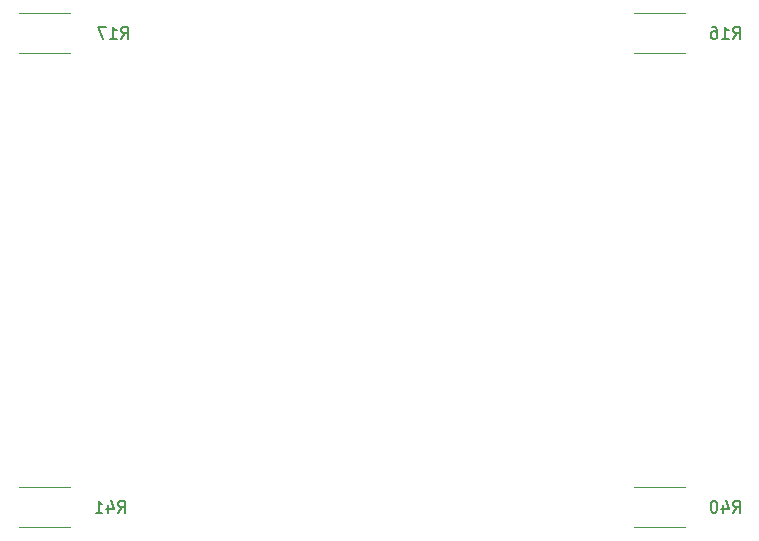
<source format=gbr>
%TF.GenerationSoftware,KiCad,Pcbnew,7.0.2-0*%
%TF.CreationDate,2023-05-17T17:58:11+02:00*%
%TF.ProjectId,main,6d61696e-2e6b-4696-9361-645f70636258,v.1.2.0*%
%TF.SameCoordinates,Original*%
%TF.FileFunction,Legend,Bot*%
%TF.FilePolarity,Positive*%
%FSLAX46Y46*%
G04 Gerber Fmt 4.6, Leading zero omitted, Abs format (unit mm)*
G04 Created by KiCad (PCBNEW 7.0.2-0) date 2023-05-17 17:58:11*
%MOMM*%
%LPD*%
G01*
G04 APERTURE LIST*
%ADD10C,0.150000*%
%ADD11C,0.120000*%
G04 APERTURE END LIST*
D10*
%TO.C,R40*%
X187840857Y-103078619D02*
X188174190Y-102602428D01*
X188412285Y-103078619D02*
X188412285Y-102078619D01*
X188412285Y-102078619D02*
X188031333Y-102078619D01*
X188031333Y-102078619D02*
X187936095Y-102126238D01*
X187936095Y-102126238D02*
X187888476Y-102173857D01*
X187888476Y-102173857D02*
X187840857Y-102269095D01*
X187840857Y-102269095D02*
X187840857Y-102411952D01*
X187840857Y-102411952D02*
X187888476Y-102507190D01*
X187888476Y-102507190D02*
X187936095Y-102554809D01*
X187936095Y-102554809D02*
X188031333Y-102602428D01*
X188031333Y-102602428D02*
X188412285Y-102602428D01*
X186983714Y-102411952D02*
X186983714Y-103078619D01*
X187221809Y-102031000D02*
X187459904Y-102745285D01*
X187459904Y-102745285D02*
X186840857Y-102745285D01*
X186269428Y-102078619D02*
X186174190Y-102078619D01*
X186174190Y-102078619D02*
X186078952Y-102126238D01*
X186078952Y-102126238D02*
X186031333Y-102173857D01*
X186031333Y-102173857D02*
X185983714Y-102269095D01*
X185983714Y-102269095D02*
X185936095Y-102459571D01*
X185936095Y-102459571D02*
X185936095Y-102697666D01*
X185936095Y-102697666D02*
X185983714Y-102888142D01*
X185983714Y-102888142D02*
X186031333Y-102983380D01*
X186031333Y-102983380D02*
X186078952Y-103031000D01*
X186078952Y-103031000D02*
X186174190Y-103078619D01*
X186174190Y-103078619D02*
X186269428Y-103078619D01*
X186269428Y-103078619D02*
X186364666Y-103031000D01*
X186364666Y-103031000D02*
X186412285Y-102983380D01*
X186412285Y-102983380D02*
X186459904Y-102888142D01*
X186459904Y-102888142D02*
X186507523Y-102697666D01*
X186507523Y-102697666D02*
X186507523Y-102459571D01*
X186507523Y-102459571D02*
X186459904Y-102269095D01*
X186459904Y-102269095D02*
X186412285Y-102173857D01*
X186412285Y-102173857D02*
X186364666Y-102126238D01*
X186364666Y-102126238D02*
X186269428Y-102078619D01*
%TO.C,R41*%
X135770857Y-103078619D02*
X136104190Y-102602428D01*
X136342285Y-103078619D02*
X136342285Y-102078619D01*
X136342285Y-102078619D02*
X135961333Y-102078619D01*
X135961333Y-102078619D02*
X135866095Y-102126238D01*
X135866095Y-102126238D02*
X135818476Y-102173857D01*
X135818476Y-102173857D02*
X135770857Y-102269095D01*
X135770857Y-102269095D02*
X135770857Y-102411952D01*
X135770857Y-102411952D02*
X135818476Y-102507190D01*
X135818476Y-102507190D02*
X135866095Y-102554809D01*
X135866095Y-102554809D02*
X135961333Y-102602428D01*
X135961333Y-102602428D02*
X136342285Y-102602428D01*
X134913714Y-102411952D02*
X134913714Y-103078619D01*
X135151809Y-102031000D02*
X135389904Y-102745285D01*
X135389904Y-102745285D02*
X134770857Y-102745285D01*
X133866095Y-103078619D02*
X134437523Y-103078619D01*
X134151809Y-103078619D02*
X134151809Y-102078619D01*
X134151809Y-102078619D02*
X134247047Y-102221476D01*
X134247047Y-102221476D02*
X134342285Y-102316714D01*
X134342285Y-102316714D02*
X134437523Y-102364333D01*
%TO.C,R16*%
X187840857Y-62946619D02*
X188174190Y-62470428D01*
X188412285Y-62946619D02*
X188412285Y-61946619D01*
X188412285Y-61946619D02*
X188031333Y-61946619D01*
X188031333Y-61946619D02*
X187936095Y-61994238D01*
X187936095Y-61994238D02*
X187888476Y-62041857D01*
X187888476Y-62041857D02*
X187840857Y-62137095D01*
X187840857Y-62137095D02*
X187840857Y-62279952D01*
X187840857Y-62279952D02*
X187888476Y-62375190D01*
X187888476Y-62375190D02*
X187936095Y-62422809D01*
X187936095Y-62422809D02*
X188031333Y-62470428D01*
X188031333Y-62470428D02*
X188412285Y-62470428D01*
X186888476Y-62946619D02*
X187459904Y-62946619D01*
X187174190Y-62946619D02*
X187174190Y-61946619D01*
X187174190Y-61946619D02*
X187269428Y-62089476D01*
X187269428Y-62089476D02*
X187364666Y-62184714D01*
X187364666Y-62184714D02*
X187459904Y-62232333D01*
X186031333Y-61946619D02*
X186221809Y-61946619D01*
X186221809Y-61946619D02*
X186317047Y-61994238D01*
X186317047Y-61994238D02*
X186364666Y-62041857D01*
X186364666Y-62041857D02*
X186459904Y-62184714D01*
X186459904Y-62184714D02*
X186507523Y-62375190D01*
X186507523Y-62375190D02*
X186507523Y-62756142D01*
X186507523Y-62756142D02*
X186459904Y-62851380D01*
X186459904Y-62851380D02*
X186412285Y-62899000D01*
X186412285Y-62899000D02*
X186317047Y-62946619D01*
X186317047Y-62946619D02*
X186126571Y-62946619D01*
X186126571Y-62946619D02*
X186031333Y-62899000D01*
X186031333Y-62899000D02*
X185983714Y-62851380D01*
X185983714Y-62851380D02*
X185936095Y-62756142D01*
X185936095Y-62756142D02*
X185936095Y-62518047D01*
X185936095Y-62518047D02*
X185983714Y-62422809D01*
X185983714Y-62422809D02*
X186031333Y-62375190D01*
X186031333Y-62375190D02*
X186126571Y-62327571D01*
X186126571Y-62327571D02*
X186317047Y-62327571D01*
X186317047Y-62327571D02*
X186412285Y-62375190D01*
X186412285Y-62375190D02*
X186459904Y-62422809D01*
X186459904Y-62422809D02*
X186507523Y-62518047D01*
%TO.C,R17*%
X136024857Y-62946619D02*
X136358190Y-62470428D01*
X136596285Y-62946619D02*
X136596285Y-61946619D01*
X136596285Y-61946619D02*
X136215333Y-61946619D01*
X136215333Y-61946619D02*
X136120095Y-61994238D01*
X136120095Y-61994238D02*
X136072476Y-62041857D01*
X136072476Y-62041857D02*
X136024857Y-62137095D01*
X136024857Y-62137095D02*
X136024857Y-62279952D01*
X136024857Y-62279952D02*
X136072476Y-62375190D01*
X136072476Y-62375190D02*
X136120095Y-62422809D01*
X136120095Y-62422809D02*
X136215333Y-62470428D01*
X136215333Y-62470428D02*
X136596285Y-62470428D01*
X135072476Y-62946619D02*
X135643904Y-62946619D01*
X135358190Y-62946619D02*
X135358190Y-61946619D01*
X135358190Y-61946619D02*
X135453428Y-62089476D01*
X135453428Y-62089476D02*
X135548666Y-62184714D01*
X135548666Y-62184714D02*
X135643904Y-62232333D01*
X134739142Y-61946619D02*
X134072476Y-61946619D01*
X134072476Y-61946619D02*
X134501047Y-62946619D01*
D11*
%TO.C,R40*%
X179432936Y-100906000D02*
X183787064Y-100906000D01*
X179432936Y-104326000D02*
X183787064Y-104326000D01*
%TO.C,R41*%
X127362936Y-100906000D02*
X131717064Y-100906000D01*
X127362936Y-104326000D02*
X131717064Y-104326000D01*
%TO.C,R16*%
X179432936Y-60774000D02*
X183787064Y-60774000D01*
X179432936Y-64194000D02*
X183787064Y-64194000D01*
%TO.C,R17*%
X127362936Y-60774000D02*
X131717064Y-60774000D01*
X127362936Y-64194000D02*
X131717064Y-64194000D01*
%TD*%
M02*

</source>
